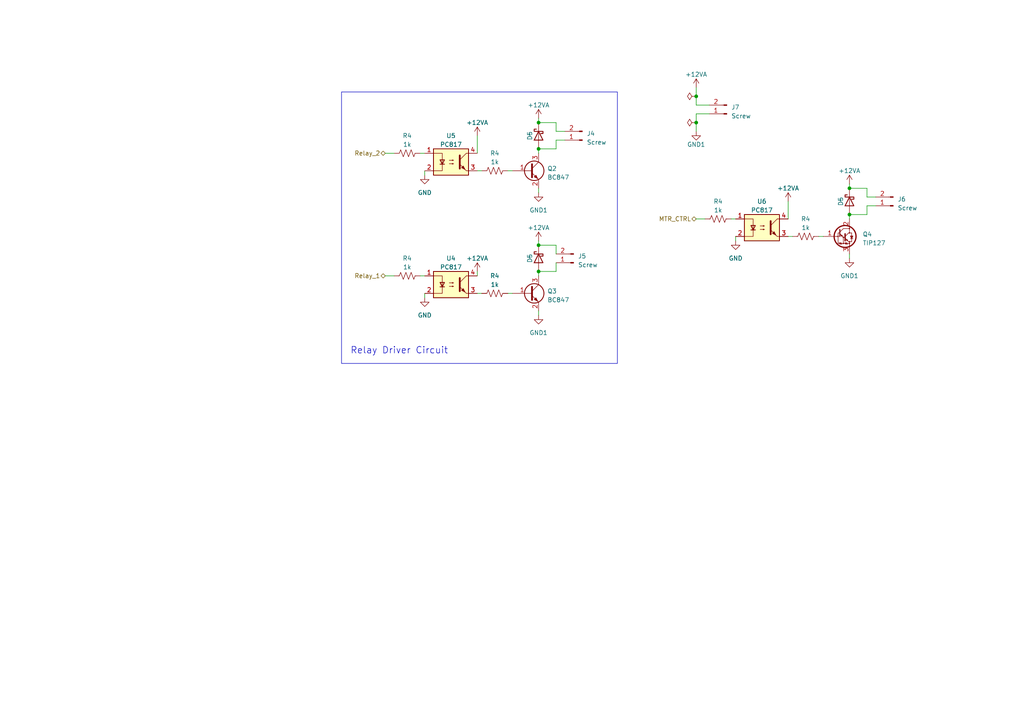
<source format=kicad_sch>
(kicad_sch (version 20230121) (generator eeschema)

  (uuid 91655429-fb90-4fca-a9eb-5bb8ce9c27a0)

  (paper "A4")

  (lib_symbols
    (symbol "Connector:Conn_01x02_Pin" (pin_names (offset 1.016) hide) (in_bom yes) (on_board yes)
      (property "Reference" "J" (at 0 2.54 0)
        (effects (font (size 1.27 1.27)))
      )
      (property "Value" "Conn_01x02_Pin" (at 0 -5.08 0)
        (effects (font (size 1.27 1.27)))
      )
      (property "Footprint" "" (at 0 0 0)
        (effects (font (size 1.27 1.27)) hide)
      )
      (property "Datasheet" "~" (at 0 0 0)
        (effects (font (size 1.27 1.27)) hide)
      )
      (property "ki_locked" "" (at 0 0 0)
        (effects (font (size 1.27 1.27)))
      )
      (property "ki_keywords" "connector" (at 0 0 0)
        (effects (font (size 1.27 1.27)) hide)
      )
      (property "ki_description" "Generic connector, single row, 01x02, script generated" (at 0 0 0)
        (effects (font (size 1.27 1.27)) hide)
      )
      (property "ki_fp_filters" "Connector*:*_1x??_*" (at 0 0 0)
        (effects (font (size 1.27 1.27)) hide)
      )
      (symbol "Conn_01x02_Pin_1_1"
        (polyline
          (pts
            (xy 1.27 -2.54)
            (xy 0.8636 -2.54)
          )
          (stroke (width 0.1524) (type default))
          (fill (type none))
        )
        (polyline
          (pts
            (xy 1.27 0)
            (xy 0.8636 0)
          )
          (stroke (width 0.1524) (type default))
          (fill (type none))
        )
        (rectangle (start 0.8636 -2.413) (end 0 -2.667)
          (stroke (width 0.1524) (type default))
          (fill (type outline))
        )
        (rectangle (start 0.8636 0.127) (end 0 -0.127)
          (stroke (width 0.1524) (type default))
          (fill (type outline))
        )
        (pin passive line (at 5.08 0 180) (length 3.81)
          (name "Pin_1" (effects (font (size 1.27 1.27))))
          (number "1" (effects (font (size 1.27 1.27))))
        )
        (pin passive line (at 5.08 -2.54 180) (length 3.81)
          (name "Pin_2" (effects (font (size 1.27 1.27))))
          (number "2" (effects (font (size 1.27 1.27))))
        )
      )
    )
    (symbol "Device:D_Schottky" (pin_numbers hide) (pin_names (offset 1.016) hide) (in_bom yes) (on_board yes)
      (property "Reference" "D" (at 0 2.54 0)
        (effects (font (size 1.27 1.27)))
      )
      (property "Value" "D_Schottky" (at 0 -2.54 0)
        (effects (font (size 1.27 1.27)))
      )
      (property "Footprint" "" (at 0 0 0)
        (effects (font (size 1.27 1.27)) hide)
      )
      (property "Datasheet" "~" (at 0 0 0)
        (effects (font (size 1.27 1.27)) hide)
      )
      (property "ki_keywords" "diode Schottky" (at 0 0 0)
        (effects (font (size 1.27 1.27)) hide)
      )
      (property "ki_description" "Schottky diode" (at 0 0 0)
        (effects (font (size 1.27 1.27)) hide)
      )
      (property "ki_fp_filters" "TO-???* *_Diode_* *SingleDiode* D_*" (at 0 0 0)
        (effects (font (size 1.27 1.27)) hide)
      )
      (symbol "D_Schottky_0_1"
        (polyline
          (pts
            (xy 1.27 0)
            (xy -1.27 0)
          )
          (stroke (width 0) (type default))
          (fill (type none))
        )
        (polyline
          (pts
            (xy 1.27 1.27)
            (xy 1.27 -1.27)
            (xy -1.27 0)
            (xy 1.27 1.27)
          )
          (stroke (width 0.254) (type default))
          (fill (type none))
        )
        (polyline
          (pts
            (xy -1.905 0.635)
            (xy -1.905 1.27)
            (xy -1.27 1.27)
            (xy -1.27 -1.27)
            (xy -0.635 -1.27)
            (xy -0.635 -0.635)
          )
          (stroke (width 0.254) (type default))
          (fill (type none))
        )
      )
      (symbol "D_Schottky_1_1"
        (pin passive line (at -3.81 0 0) (length 2.54)
          (name "K" (effects (font (size 1.27 1.27))))
          (number "1" (effects (font (size 1.27 1.27))))
        )
        (pin passive line (at 3.81 0 180) (length 2.54)
          (name "A" (effects (font (size 1.27 1.27))))
          (number "2" (effects (font (size 1.27 1.27))))
        )
      )
    )
    (symbol "Device:R_US" (pin_numbers hide) (pin_names (offset 0)) (in_bom yes) (on_board yes)
      (property "Reference" "R" (at 2.54 0 90)
        (effects (font (size 1.27 1.27)))
      )
      (property "Value" "R_US" (at -2.54 0 90)
        (effects (font (size 1.27 1.27)))
      )
      (property "Footprint" "" (at 1.016 -0.254 90)
        (effects (font (size 1.27 1.27)) hide)
      )
      (property "Datasheet" "~" (at 0 0 0)
        (effects (font (size 1.27 1.27)) hide)
      )
      (property "ki_keywords" "R res resistor" (at 0 0 0)
        (effects (font (size 1.27 1.27)) hide)
      )
      (property "ki_description" "Resistor, US symbol" (at 0 0 0)
        (effects (font (size 1.27 1.27)) hide)
      )
      (property "ki_fp_filters" "R_*" (at 0 0 0)
        (effects (font (size 1.27 1.27)) hide)
      )
      (symbol "R_US_0_1"
        (polyline
          (pts
            (xy 0 -2.286)
            (xy 0 -2.54)
          )
          (stroke (width 0) (type default))
          (fill (type none))
        )
        (polyline
          (pts
            (xy 0 2.286)
            (xy 0 2.54)
          )
          (stroke (width 0) (type default))
          (fill (type none))
        )
        (polyline
          (pts
            (xy 0 -0.762)
            (xy 1.016 -1.143)
            (xy 0 -1.524)
            (xy -1.016 -1.905)
            (xy 0 -2.286)
          )
          (stroke (width 0) (type default))
          (fill (type none))
        )
        (polyline
          (pts
            (xy 0 0.762)
            (xy 1.016 0.381)
            (xy 0 0)
            (xy -1.016 -0.381)
            (xy 0 -0.762)
          )
          (stroke (width 0) (type default))
          (fill (type none))
        )
        (polyline
          (pts
            (xy 0 2.286)
            (xy 1.016 1.905)
            (xy 0 1.524)
            (xy -1.016 1.143)
            (xy 0 0.762)
          )
          (stroke (width 0) (type default))
          (fill (type none))
        )
      )
      (symbol "R_US_1_1"
        (pin passive line (at 0 3.81 270) (length 1.27)
          (name "~" (effects (font (size 1.27 1.27))))
          (number "1" (effects (font (size 1.27 1.27))))
        )
        (pin passive line (at 0 -3.81 90) (length 1.27)
          (name "~" (effects (font (size 1.27 1.27))))
          (number "2" (effects (font (size 1.27 1.27))))
        )
      )
    )
    (symbol "Isolator:PC817" (pin_names (offset 1.016)) (in_bom yes) (on_board yes)
      (property "Reference" "U" (at -5.08 5.08 0)
        (effects (font (size 1.27 1.27)) (justify left))
      )
      (property "Value" "PC817" (at 0 5.08 0)
        (effects (font (size 1.27 1.27)) (justify left))
      )
      (property "Footprint" "Package_DIP:DIP-4_W7.62mm" (at -5.08 -5.08 0)
        (effects (font (size 1.27 1.27) italic) (justify left) hide)
      )
      (property "Datasheet" "http://www.soselectronic.cz/a_info/resource/d/pc817.pdf" (at 0 0 0)
        (effects (font (size 1.27 1.27)) (justify left) hide)
      )
      (property "ki_keywords" "NPN DC Optocoupler" (at 0 0 0)
        (effects (font (size 1.27 1.27)) hide)
      )
      (property "ki_description" "DC Optocoupler, Vce 35V, CTR 50-300%, DIP-4" (at 0 0 0)
        (effects (font (size 1.27 1.27)) hide)
      )
      (property "ki_fp_filters" "DIP*W7.62mm*" (at 0 0 0)
        (effects (font (size 1.27 1.27)) hide)
      )
      (symbol "PC817_0_1"
        (rectangle (start -5.08 3.81) (end 5.08 -3.81)
          (stroke (width 0.254) (type default))
          (fill (type background))
        )
        (polyline
          (pts
            (xy -3.175 -0.635)
            (xy -1.905 -0.635)
          )
          (stroke (width 0.254) (type default))
          (fill (type none))
        )
        (polyline
          (pts
            (xy 2.54 0.635)
            (xy 4.445 2.54)
          )
          (stroke (width 0) (type default))
          (fill (type none))
        )
        (polyline
          (pts
            (xy 4.445 -2.54)
            (xy 2.54 -0.635)
          )
          (stroke (width 0) (type default))
          (fill (type outline))
        )
        (polyline
          (pts
            (xy 4.445 -2.54)
            (xy 5.08 -2.54)
          )
          (stroke (width 0) (type default))
          (fill (type none))
        )
        (polyline
          (pts
            (xy 4.445 2.54)
            (xy 5.08 2.54)
          )
          (stroke (width 0) (type default))
          (fill (type none))
        )
        (polyline
          (pts
            (xy -5.08 2.54)
            (xy -2.54 2.54)
            (xy -2.54 -0.635)
          )
          (stroke (width 0) (type default))
          (fill (type none))
        )
        (polyline
          (pts
            (xy -2.54 -0.635)
            (xy -2.54 -2.54)
            (xy -5.08 -2.54)
          )
          (stroke (width 0) (type default))
          (fill (type none))
        )
        (polyline
          (pts
            (xy 2.54 1.905)
            (xy 2.54 -1.905)
            (xy 2.54 -1.905)
          )
          (stroke (width 0.508) (type default))
          (fill (type none))
        )
        (polyline
          (pts
            (xy -2.54 -0.635)
            (xy -3.175 0.635)
            (xy -1.905 0.635)
            (xy -2.54 -0.635)
          )
          (stroke (width 0.254) (type default))
          (fill (type none))
        )
        (polyline
          (pts
            (xy -0.508 -0.508)
            (xy 0.762 -0.508)
            (xy 0.381 -0.635)
            (xy 0.381 -0.381)
            (xy 0.762 -0.508)
          )
          (stroke (width 0) (type default))
          (fill (type none))
        )
        (polyline
          (pts
            (xy -0.508 0.508)
            (xy 0.762 0.508)
            (xy 0.381 0.381)
            (xy 0.381 0.635)
            (xy 0.762 0.508)
          )
          (stroke (width 0) (type default))
          (fill (type none))
        )
        (polyline
          (pts
            (xy 3.048 -1.651)
            (xy 3.556 -1.143)
            (xy 4.064 -2.159)
            (xy 3.048 -1.651)
            (xy 3.048 -1.651)
          )
          (stroke (width 0) (type default))
          (fill (type outline))
        )
      )
      (symbol "PC817_1_1"
        (pin passive line (at -7.62 2.54 0) (length 2.54)
          (name "~" (effects (font (size 1.27 1.27))))
          (number "1" (effects (font (size 1.27 1.27))))
        )
        (pin passive line (at -7.62 -2.54 0) (length 2.54)
          (name "~" (effects (font (size 1.27 1.27))))
          (number "2" (effects (font (size 1.27 1.27))))
        )
        (pin passive line (at 7.62 -2.54 180) (length 2.54)
          (name "~" (effects (font (size 1.27 1.27))))
          (number "3" (effects (font (size 1.27 1.27))))
        )
        (pin passive line (at 7.62 2.54 180) (length 2.54)
          (name "~" (effects (font (size 1.27 1.27))))
          (number "4" (effects (font (size 1.27 1.27))))
        )
      )
    )
    (symbol "Transistor_BJT:BC847" (pin_names (offset 0) hide) (in_bom yes) (on_board yes)
      (property "Reference" "Q" (at 5.08 1.905 0)
        (effects (font (size 1.27 1.27)) (justify left))
      )
      (property "Value" "BC847" (at 5.08 0 0)
        (effects (font (size 1.27 1.27)) (justify left))
      )
      (property "Footprint" "Package_TO_SOT_SMD:SOT-23" (at 5.08 -1.905 0)
        (effects (font (size 1.27 1.27) italic) (justify left) hide)
      )
      (property "Datasheet" "http://www.infineon.com/dgdl/Infineon-BC847SERIES_BC848SERIES_BC849SERIES_BC850SERIES-DS-v01_01-en.pdf?fileId=db3a304314dca389011541d4630a1657" (at 0 0 0)
        (effects (font (size 1.27 1.27)) (justify left) hide)
      )
      (property "ki_keywords" "NPN Small Signal Transistor" (at 0 0 0)
        (effects (font (size 1.27 1.27)) hide)
      )
      (property "ki_description" "0.1A Ic, 45V Vce, NPN Transistor, SOT-23" (at 0 0 0)
        (effects (font (size 1.27 1.27)) hide)
      )
      (property "ki_fp_filters" "SOT?23*" (at 0 0 0)
        (effects (font (size 1.27 1.27)) hide)
      )
      (symbol "BC847_0_1"
        (polyline
          (pts
            (xy 0.635 0.635)
            (xy 2.54 2.54)
          )
          (stroke (width 0) (type default))
          (fill (type none))
        )
        (polyline
          (pts
            (xy 0.635 -0.635)
            (xy 2.54 -2.54)
            (xy 2.54 -2.54)
          )
          (stroke (width 0) (type default))
          (fill (type none))
        )
        (polyline
          (pts
            (xy 0.635 1.905)
            (xy 0.635 -1.905)
            (xy 0.635 -1.905)
          )
          (stroke (width 0.508) (type default))
          (fill (type none))
        )
        (polyline
          (pts
            (xy 1.27 -1.778)
            (xy 1.778 -1.27)
            (xy 2.286 -2.286)
            (xy 1.27 -1.778)
            (xy 1.27 -1.778)
          )
          (stroke (width 0) (type default))
          (fill (type outline))
        )
        (circle (center 1.27 0) (radius 2.8194)
          (stroke (width 0.254) (type default))
          (fill (type none))
        )
      )
      (symbol "BC847_1_1"
        (pin input line (at -5.08 0 0) (length 5.715)
          (name "B" (effects (font (size 1.27 1.27))))
          (number "1" (effects (font (size 1.27 1.27))))
        )
        (pin passive line (at 2.54 -5.08 90) (length 2.54)
          (name "E" (effects (font (size 1.27 1.27))))
          (number "2" (effects (font (size 1.27 1.27))))
        )
        (pin passive line (at 2.54 5.08 270) (length 2.54)
          (name "C" (effects (font (size 1.27 1.27))))
          (number "3" (effects (font (size 1.27 1.27))))
        )
      )
    )
    (symbol "Transistor_BJT:TIP127" (pin_names (offset 0) hide) (in_bom yes) (on_board yes)
      (property "Reference" "Q" (at 5.08 1.905 0)
        (effects (font (size 1.27 1.27)) (justify left))
      )
      (property "Value" "TIP127" (at 5.08 0 0)
        (effects (font (size 1.27 1.27)) (justify left))
      )
      (property "Footprint" "Package_TO_SOT_THT:TO-220-3_Vertical" (at 5.08 -1.905 0)
        (effects (font (size 1.27 1.27) italic) (justify left) hide)
      )
      (property "Datasheet" "https://www.onsemi.com/pub/Collateral/TIP120-D.PDF" (at 0 0 0)
        (effects (font (size 1.27 1.27)) (justify left) hide)
      )
      (property "ki_keywords" "Darlington Power PNP Transistor" (at 0 0 0)
        (effects (font (size 1.27 1.27)) hide)
      )
      (property "ki_description" "5A Ic, 100V Vce, Silicon Darlington Power PNP Transistor, TO-220" (at 0 0 0)
        (effects (font (size 1.27 1.27)) hide)
      )
      (property "ki_fp_filters" "TO?220*" (at 0 0 0)
        (effects (font (size 1.27 1.27)) hide)
      )
      (symbol "TIP127_0_1"
        (circle (center -0.762 0) (radius 0.127)
          (stroke (width 0) (type default))
          (fill (type none))
        )
        (polyline
          (pts
            (xy -1.27 0)
            (xy -0.889 0)
          )
          (stroke (width 0) (type default))
          (fill (type none))
        )
        (polyline
          (pts
            (xy 2.54 -2.032)
            (xy 2.54 -2.54)
          )
          (stroke (width 0) (type default))
          (fill (type none))
        )
        (polyline
          (pts
            (xy 2.54 -1.524)
            (xy 3.175 -1.524)
          )
          (stroke (width 0) (type default))
          (fill (type none))
        )
        (polyline
          (pts
            (xy 2.794 -0.635)
            (xy 3.556 -0.635)
          )
          (stroke (width 0) (type default))
          (fill (type none))
        )
        (polyline
          (pts
            (xy 3.175 -1.524)
            (xy 3.175 -0.635)
          )
          (stroke (width 0) (type default))
          (fill (type none))
        )
        (polyline
          (pts
            (xy 3.175 0.127)
            (xy 3.175 1.016)
          )
          (stroke (width 0) (type default))
          (fill (type none))
        )
        (polyline
          (pts
            (xy 3.175 1.016)
            (xy 2.54 1.016)
          )
          (stroke (width 0) (type default))
          (fill (type none))
        )
        (polyline
          (pts
            (xy -0.254 0.762)
            (xy 0.762 -0.254)
            (xy 1.27 -0.254)
          )
          (stroke (width 0) (type default))
          (fill (type none))
        )
        (polyline
          (pts
            (xy -0.254 1.016)
            (xy -0.762 1.016)
            (xy -0.762 -2.032)
          )
          (stroke (width 0) (type default))
          (fill (type none))
        )
        (polyline
          (pts
            (xy -0.254 1.27)
            (xy 0.762 2.286)
            (xy 2.54 2.286)
          )
          (stroke (width 0) (type default))
          (fill (type none))
        )
        (polyline
          (pts
            (xy -0.254 2.032)
            (xy -0.254 0)
            (xy -0.254 0)
          )
          (stroke (width 0.3048) (type default))
          (fill (type none))
        )
        (polyline
          (pts
            (xy 1.27 0.762)
            (xy 1.27 -1.27)
            (xy 1.27 -1.27)
          )
          (stroke (width 0.381) (type default))
          (fill (type none))
        )
        (polyline
          (pts
            (xy 0 0.508)
            (xy 0.254 0)
            (xy 0.508 0.254)
            (xy 0 0.508)
          )
          (stroke (width 0) (type default))
          (fill (type none))
        )
        (polyline
          (pts
            (xy 1.27 -0.508)
            (xy 2.286 -1.524)
            (xy 2.54 -1.524)
            (xy 2.54 -2.032)
          )
          (stroke (width 0) (type default))
          (fill (type none))
        )
        (polyline
          (pts
            (xy 1.27 0)
            (xy 2.286 1.016)
            (xy 2.54 1.016)
            (xy 2.54 2.286)
          )
          (stroke (width 0) (type default))
          (fill (type none))
        )
        (polyline
          (pts
            (xy 1.524 -0.762)
            (xy 1.778 -1.27)
            (xy 2.032 -1.016)
            (xy 1.524 -0.762)
          )
          (stroke (width 0) (type default))
          (fill (type none))
        )
        (polyline
          (pts
            (xy 3.175 -0.635)
            (xy 2.794 0.127)
            (xy 3.556 0.127)
            (xy 3.175 -0.635)
          )
          (stroke (width 0) (type default))
          (fill (type outline))
        )
        (polyline
          (pts
            (xy 0.762 -2.032)
            (xy 0.381 -2.032)
            (xy 0.254 -2.286)
            (xy 0.127 -1.778)
            (xy 0 -2.286)
            (xy -0.127 -1.778)
            (xy -0.254 -2.286)
            (xy -0.381 -1.778)
            (xy -0.508 -2.032)
            (xy -0.762 -2.032)
          )
          (stroke (width 0) (type default))
          (fill (type none))
        )
        (polyline
          (pts
            (xy 0.762 -0.254)
            (xy 0.762 -2.032)
            (xy 1.143 -2.032)
            (xy 1.27 -1.778)
            (xy 1.397 -2.286)
            (xy 1.524 -1.778)
            (xy 1.651 -2.286)
            (xy 1.778 -1.778)
            (xy 1.905 -2.286)
            (xy 2.032 -2.032)
            (xy 2.54 -2.032)
          )
          (stroke (width 0) (type default))
          (fill (type none))
        )
        (circle (center 0.762 -2.032) (radius 0.127)
          (stroke (width 0) (type default))
          (fill (type none))
        )
        (circle (center 0.762 -0.254) (radius 0.127)
          (stroke (width 0) (type default))
          (fill (type none))
        )
        (circle (center 1.27 0) (radius 3.175)
          (stroke (width 0.3556) (type default))
          (fill (type none))
        )
        (circle (center 2.54 -2.032) (radius 0.127)
          (stroke (width 0) (type default))
          (fill (type none))
        )
        (circle (center 2.54 -1.524) (radius 0.127)
          (stroke (width 0) (type default))
          (fill (type none))
        )
        (circle (center 2.54 1.016) (radius 0.127)
          (stroke (width 0) (type default))
          (fill (type none))
        )
        (circle (center 2.54 2.286) (radius 0.127)
          (stroke (width 0) (type default))
          (fill (type none))
        )
      )
      (symbol "TIP127_1_1"
        (pin input line (at -5.08 0 0) (length 3.81)
          (name "B" (effects (font (size 1.27 1.27))))
          (number "1" (effects (font (size 1.27 1.27))))
        )
        (pin passive line (at 2.54 5.08 270) (length 2.667)
          (name "C" (effects (font (size 1.27 1.27))))
          (number "2" (effects (font (size 1.27 1.27))))
        )
        (pin passive line (at 2.54 -5.08 90) (length 2.54)
          (name "E" (effects (font (size 1.27 1.27))))
          (number "3" (effects (font (size 1.27 1.27))))
        )
      )
    )
    (symbol "power:+12VA" (power) (pin_names (offset 0)) (in_bom yes) (on_board yes)
      (property "Reference" "#PWR" (at 0 -3.81 0)
        (effects (font (size 1.27 1.27)) hide)
      )
      (property "Value" "+12VA" (at 0 3.556 0)
        (effects (font (size 1.27 1.27)))
      )
      (property "Footprint" "" (at 0 0 0)
        (effects (font (size 1.27 1.27)) hide)
      )
      (property "Datasheet" "" (at 0 0 0)
        (effects (font (size 1.27 1.27)) hide)
      )
      (property "ki_keywords" "global power" (at 0 0 0)
        (effects (font (size 1.27 1.27)) hide)
      )
      (property "ki_description" "Power symbol creates a global label with name \"+12VA\"" (at 0 0 0)
        (effects (font (size 1.27 1.27)) hide)
      )
      (symbol "+12VA_0_1"
        (polyline
          (pts
            (xy -0.762 1.27)
            (xy 0 2.54)
          )
          (stroke (width 0) (type default))
          (fill (type none))
        )
        (polyline
          (pts
            (xy 0 0)
            (xy 0 2.54)
          )
          (stroke (width 0) (type default))
          (fill (type none))
        )
        (polyline
          (pts
            (xy 0 2.54)
            (xy 0.762 1.27)
          )
          (stroke (width 0) (type default))
          (fill (type none))
        )
      )
      (symbol "+12VA_1_1"
        (pin power_in line (at 0 0 90) (length 0) hide
          (name "+12VA" (effects (font (size 1.27 1.27))))
          (number "1" (effects (font (size 1.27 1.27))))
        )
      )
    )
    (symbol "power:GND" (power) (pin_names (offset 0)) (in_bom yes) (on_board yes)
      (property "Reference" "#PWR" (at 0 -6.35 0)
        (effects (font (size 1.27 1.27)) hide)
      )
      (property "Value" "GND" (at 0 -3.81 0)
        (effects (font (size 1.27 1.27)))
      )
      (property "Footprint" "" (at 0 0 0)
        (effects (font (size 1.27 1.27)) hide)
      )
      (property "Datasheet" "" (at 0 0 0)
        (effects (font (size 1.27 1.27)) hide)
      )
      (property "ki_keywords" "global power" (at 0 0 0)
        (effects (font (size 1.27 1.27)) hide)
      )
      (property "ki_description" "Power symbol creates a global label with name \"GND\" , ground" (at 0 0 0)
        (effects (font (size 1.27 1.27)) hide)
      )
      (symbol "GND_0_1"
        (polyline
          (pts
            (xy 0 0)
            (xy 0 -1.27)
            (xy 1.27 -1.27)
            (xy 0 -2.54)
            (xy -1.27 -1.27)
            (xy 0 -1.27)
          )
          (stroke (width 0) (type default))
          (fill (type none))
        )
      )
      (symbol "GND_1_1"
        (pin power_in line (at 0 0 270) (length 0) hide
          (name "GND" (effects (font (size 1.27 1.27))))
          (number "1" (effects (font (size 1.27 1.27))))
        )
      )
    )
    (symbol "power:GND1" (power) (pin_names (offset 0)) (in_bom yes) (on_board yes)
      (property "Reference" "#PWR" (at 0 -6.35 0)
        (effects (font (size 1.27 1.27)) hide)
      )
      (property "Value" "GND1" (at 0 -3.81 0)
        (effects (font (size 1.27 1.27)))
      )
      (property "Footprint" "" (at 0 0 0)
        (effects (font (size 1.27 1.27)) hide)
      )
      (property "Datasheet" "" (at 0 0 0)
        (effects (font (size 1.27 1.27)) hide)
      )
      (property "ki_keywords" "global power" (at 0 0 0)
        (effects (font (size 1.27 1.27)) hide)
      )
      (property "ki_description" "Power symbol creates a global label with name \"GND1\" , ground" (at 0 0 0)
        (effects (font (size 1.27 1.27)) hide)
      )
      (symbol "GND1_0_1"
        (polyline
          (pts
            (xy 0 0)
            (xy 0 -1.27)
            (xy 1.27 -1.27)
            (xy 0 -2.54)
            (xy -1.27 -1.27)
            (xy 0 -1.27)
          )
          (stroke (width 0) (type default))
          (fill (type none))
        )
      )
      (symbol "GND1_1_1"
        (pin power_in line (at 0 0 270) (length 0) hide
          (name "GND1" (effects (font (size 1.27 1.27))))
          (number "1" (effects (font (size 1.27 1.27))))
        )
      )
    )
    (symbol "power:PWR_FLAG" (power) (pin_numbers hide) (pin_names (offset 0) hide) (in_bom yes) (on_board yes)
      (property "Reference" "#FLG" (at 0 1.905 0)
        (effects (font (size 1.27 1.27)) hide)
      )
      (property "Value" "PWR_FLAG" (at 0 3.81 0)
        (effects (font (size 1.27 1.27)))
      )
      (property "Footprint" "" (at 0 0 0)
        (effects (font (size 1.27 1.27)) hide)
      )
      (property "Datasheet" "~" (at 0 0 0)
        (effects (font (size 1.27 1.27)) hide)
      )
      (property "ki_keywords" "flag power" (at 0 0 0)
        (effects (font (size 1.27 1.27)) hide)
      )
      (property "ki_description" "Special symbol for telling ERC where power comes from" (at 0 0 0)
        (effects (font (size 1.27 1.27)) hide)
      )
      (symbol "PWR_FLAG_0_0"
        (pin power_out line (at 0 0 90) (length 0)
          (name "pwr" (effects (font (size 1.27 1.27))))
          (number "1" (effects (font (size 1.27 1.27))))
        )
      )
      (symbol "PWR_FLAG_0_1"
        (polyline
          (pts
            (xy 0 0)
            (xy 0 1.27)
            (xy -1.016 1.905)
            (xy 0 2.54)
            (xy 1.016 1.905)
            (xy 0 1.27)
          )
          (stroke (width 0) (type default))
          (fill (type none))
        )
      )
    )
  )

  (junction (at 246.38 54.61) (diameter 0) (color 0 0 0 0)
    (uuid 0236070f-d0ce-4e61-955d-9ac4aa0a7743)
  )
  (junction (at 156.21 43.18) (diameter 0) (color 0 0 0 0)
    (uuid 3af621bb-5f5f-4b44-83a2-90465b6bd8b9)
  )
  (junction (at 156.21 35.56) (diameter 0) (color 0 0 0 0)
    (uuid 4ca296de-3eeb-44b4-b32c-291bee7654fe)
  )
  (junction (at 201.93 27.94) (diameter 0) (color 0 0 0 0)
    (uuid 609398bc-2080-4efd-9fb2-035cdb947c76)
  )
  (junction (at 156.21 71.12) (diameter 0) (color 0 0 0 0)
    (uuid ae11445d-0ee9-4a9d-9223-0dfb2cf28a0f)
  )
  (junction (at 246.38 62.23) (diameter 0) (color 0 0 0 0)
    (uuid d1317e1b-554f-45a3-9b1c-2fb729d37783)
  )
  (junction (at 201.93 35.56) (diameter 0) (color 0 0 0 0)
    (uuid f1fa2438-0cf7-4a56-8912-edc93c297a7e)
  )
  (junction (at 156.21 78.74) (diameter 0) (color 0 0 0 0)
    (uuid fc180579-b51a-49af-b0e0-f42bbafc5049)
  )

  (wire (pts (xy 201.93 30.48) (xy 201.93 27.94))
    (stroke (width 0) (type default))
    (uuid 0225f770-ba54-4115-8f14-9aa40fb59919)
  )
  (wire (pts (xy 201.93 27.94) (xy 201.93 25.4))
    (stroke (width 0) (type default))
    (uuid 0a7b0cb3-dcd1-438a-8ca7-e0705cf2bff6)
  )
  (wire (pts (xy 156.21 78.74) (xy 156.21 80.01))
    (stroke (width 0) (type default))
    (uuid 0d671017-c528-4043-aa04-6357de1703e4)
  )
  (wire (pts (xy 121.92 44.45) (xy 123.19 44.45))
    (stroke (width 0) (type default))
    (uuid 10d6a2b0-e10f-4a4b-9fb4-6bf998350272)
  )
  (wire (pts (xy 156.21 69.85) (xy 156.21 71.12))
    (stroke (width 0) (type default))
    (uuid 123608b5-2610-4950-80e8-feae33ce8470)
  )
  (wire (pts (xy 161.29 40.64) (xy 161.29 43.18))
    (stroke (width 0) (type default))
    (uuid 1ab1b7d0-fc34-42e7-a65c-3bf173c5cdda)
  )
  (wire (pts (xy 205.74 33.02) (xy 201.93 33.02))
    (stroke (width 0) (type default))
    (uuid 1e1cdc6c-5d8a-445e-b848-b06388c9bfe2)
  )
  (wire (pts (xy 156.21 90.17) (xy 156.21 91.44))
    (stroke (width 0) (type default))
    (uuid 1fab7445-30d9-466a-8950-e367011ac668)
  )
  (wire (pts (xy 204.47 63.5) (xy 201.93 63.5))
    (stroke (width 0) (type default))
    (uuid 27b6d230-cea7-4fb8-9073-c3c7a1dab576)
  )
  (wire (pts (xy 156.21 54.61) (xy 156.21 55.88))
    (stroke (width 0) (type default))
    (uuid 2963a725-39b3-4f9f-8ea8-7c3f0dcdf988)
  )
  (wire (pts (xy 138.43 49.53) (xy 139.7 49.53))
    (stroke (width 0) (type default))
    (uuid 312c497d-7966-479c-a9c3-a075b0ed3ffd)
  )
  (wire (pts (xy 246.38 62.23) (xy 246.38 63.5))
    (stroke (width 0) (type default))
    (uuid 35b5c91b-4670-43e8-97af-deb96175c8a3)
  )
  (wire (pts (xy 161.29 73.66) (xy 161.29 71.12))
    (stroke (width 0) (type default))
    (uuid 37e49d13-68df-41a6-b15e-960d9eace1c5)
  )
  (wire (pts (xy 228.6 68.58) (xy 229.87 68.58))
    (stroke (width 0) (type default))
    (uuid 3f84a152-67a3-4ccc-989a-574077e6dd04)
  )
  (wire (pts (xy 254 59.69) (xy 251.46 59.69))
    (stroke (width 0) (type default))
    (uuid 42475b66-caaa-4912-aea3-411a80fb3e09)
  )
  (wire (pts (xy 161.29 76.2) (xy 161.29 78.74))
    (stroke (width 0) (type default))
    (uuid 4543e34e-8679-4e9b-b03e-a8b12579512c)
  )
  (wire (pts (xy 251.46 62.23) (xy 246.38 62.23))
    (stroke (width 0) (type default))
    (uuid 4695c4c3-f9e2-4b65-8794-9b17ba395ddc)
  )
  (wire (pts (xy 161.29 71.12) (xy 156.21 71.12))
    (stroke (width 0) (type default))
    (uuid 4a7d6dd3-4fd6-49ac-9e7e-d4726beaf9f6)
  )
  (wire (pts (xy 201.93 30.48) (xy 205.74 30.48))
    (stroke (width 0) (type default))
    (uuid 57e9c2b7-febf-4442-9774-886630edbea2)
  )
  (wire (pts (xy 123.19 85.09) (xy 123.19 86.36))
    (stroke (width 0) (type default))
    (uuid 60d847d7-0630-45ee-a608-8406ad09ff51)
  )
  (wire (pts (xy 121.92 80.01) (xy 123.19 80.01))
    (stroke (width 0) (type default))
    (uuid 63a0414f-74a8-4e28-b312-e52a921aca93)
  )
  (wire (pts (xy 161.29 35.56) (xy 161.29 38.1))
    (stroke (width 0) (type default))
    (uuid 67c0238f-2b69-4df3-87e5-52e42396f2ff)
  )
  (wire (pts (xy 246.38 54.61) (xy 251.46 54.61))
    (stroke (width 0) (type default))
    (uuid 6d67b65b-7825-4521-a4dc-f3c112356fb8)
  )
  (wire (pts (xy 251.46 57.15) (xy 254 57.15))
    (stroke (width 0) (type default))
    (uuid 6faffdc5-1b95-41a4-8de9-061e3131f808)
  )
  (wire (pts (xy 123.19 49.53) (xy 123.19 50.8))
    (stroke (width 0) (type default))
    (uuid 6fffd7f3-abdc-4539-a018-5ccbf4a6e60f)
  )
  (wire (pts (xy 163.83 40.64) (xy 161.29 40.64))
    (stroke (width 0) (type default))
    (uuid 73874354-0cfc-4470-8439-46bd115f78bd)
  )
  (wire (pts (xy 147.32 49.53) (xy 148.59 49.53))
    (stroke (width 0) (type default))
    (uuid 79a3e109-ac94-48dc-969d-8c63a43b9acc)
  )
  (wire (pts (xy 212.09 63.5) (xy 213.36 63.5))
    (stroke (width 0) (type default))
    (uuid 7d2fc657-ac37-41d8-8487-cc93f07cb5a5)
  )
  (wire (pts (xy 251.46 59.69) (xy 251.46 62.23))
    (stroke (width 0) (type default))
    (uuid 865171b0-11e8-45e2-a507-6e7341ccd821)
  )
  (wire (pts (xy 246.38 53.34) (xy 246.38 54.61))
    (stroke (width 0) (type default))
    (uuid 8880c087-476d-4d83-8c87-bb51a7d78f73)
  )
  (wire (pts (xy 114.3 80.01) (xy 111.76 80.01))
    (stroke (width 0) (type default))
    (uuid 88ee8540-a3a2-475a-af50-6919ee340f0e)
  )
  (wire (pts (xy 251.46 54.61) (xy 251.46 57.15))
    (stroke (width 0) (type default))
    (uuid 8c01dcc3-8453-44f1-8aea-725e27d68c60)
  )
  (wire (pts (xy 156.21 34.29) (xy 156.21 35.56))
    (stroke (width 0) (type default))
    (uuid 93234c7d-f7ca-4889-95d5-527c6ce2e36f)
  )
  (wire (pts (xy 156.21 43.18) (xy 156.21 44.45))
    (stroke (width 0) (type default))
    (uuid a6ebe130-74c2-4913-9b70-7cdbcd338204)
  )
  (wire (pts (xy 201.93 33.02) (xy 201.93 35.56))
    (stroke (width 0) (type default))
    (uuid a8bf0294-8a55-4bd0-9637-554ab45e93ed)
  )
  (wire (pts (xy 161.29 43.18) (xy 156.21 43.18))
    (stroke (width 0) (type default))
    (uuid a94eef6e-267d-4d72-b819-eb635496dbd9)
  )
  (wire (pts (xy 148.59 85.09) (xy 147.32 85.09))
    (stroke (width 0) (type default))
    (uuid acc5811d-b0ee-4782-a723-e0b42d9f7bd4)
  )
  (wire (pts (xy 237.49 68.58) (xy 238.76 68.58))
    (stroke (width 0) (type default))
    (uuid b762e455-cfb9-4fab-9473-adbbc40cfc82)
  )
  (wire (pts (xy 156.21 35.56) (xy 161.29 35.56))
    (stroke (width 0) (type default))
    (uuid bbd1ae84-107b-48a3-9606-a509483f69f0)
  )
  (wire (pts (xy 138.43 78.74) (xy 138.43 80.01))
    (stroke (width 0) (type default))
    (uuid c390c08a-8ad6-4909-988e-53e0ed1ab060)
  )
  (wire (pts (xy 201.93 35.56) (xy 201.93 38.1))
    (stroke (width 0) (type default))
    (uuid c92015dd-7919-4436-a548-f577cae00086)
  )
  (wire (pts (xy 228.6 58.42) (xy 228.6 63.5))
    (stroke (width 0) (type default))
    (uuid c9ebedb3-f1d6-49cd-a39a-c4c7eb6deea8)
  )
  (wire (pts (xy 114.3 44.45) (xy 111.76 44.45))
    (stroke (width 0) (type default))
    (uuid d56acb26-7c3b-4489-8c46-03e92edf1ad4)
  )
  (wire (pts (xy 213.36 68.58) (xy 213.36 69.85))
    (stroke (width 0) (type default))
    (uuid d8d6a06c-ada2-4c33-9011-909b4d5aee0e)
  )
  (wire (pts (xy 161.29 78.74) (xy 156.21 78.74))
    (stroke (width 0) (type default))
    (uuid ddba4544-f7ec-4ac9-9811-6d5c1052b024)
  )
  (wire (pts (xy 246.38 73.66) (xy 246.38 74.93))
    (stroke (width 0) (type default))
    (uuid ef2535a6-c25c-4bcf-8d7b-cb75cb2597ea)
  )
  (wire (pts (xy 161.29 38.1) (xy 163.83 38.1))
    (stroke (width 0) (type default))
    (uuid f771064f-eee8-4cce-8241-155cf7ab6515)
  )
  (wire (pts (xy 138.43 85.09) (xy 139.7 85.09))
    (stroke (width 0) (type default))
    (uuid fa846ab7-4ddc-4873-86ad-2c6b88fccb0b)
  )
  (wire (pts (xy 138.43 39.37) (xy 138.43 44.45))
    (stroke (width 0) (type default))
    (uuid fd146714-2b55-4cab-8935-67038a8278dc)
  )

  (rectangle (start 99.06 26.67) (end 179.07 105.41)
    (stroke (width 0) (type default))
    (fill (type none))
    (uuid 1431b72d-d6e0-4f99-82e9-5431310f1700)
  )

  (text "Relay Driver Circuit" (at 101.6 102.87 0)
    (effects (font (size 1.905 1.905)) (justify left bottom))
    (uuid 2a09f09e-af78-485b-bf00-ae2f35928618)
  )

  (hierarchical_label "Relay_1" (shape bidirectional) (at 111.76 80.01 180) (fields_autoplaced)
    (effects (font (size 1.27 1.27)) (justify right))
    (uuid 5d55e774-6ae9-443a-a10d-0ad9e4a42301)
  )
  (hierarchical_label "MTR_CTRL" (shape bidirectional) (at 201.93 63.5 180) (fields_autoplaced)
    (effects (font (size 1.27 1.27)) (justify right))
    (uuid cfc0e06a-af12-4dd7-b778-0783e663569f)
  )
  (hierarchical_label "Relay_2" (shape bidirectional) (at 111.76 44.45 180) (fields_autoplaced)
    (effects (font (size 1.27 1.27)) (justify right))
    (uuid d6d4a040-976b-4cda-bc44-e221d04e98f9)
  )

  (symbol (lib_id "power:+12VA") (at 228.6 58.42 0) (unit 1)
    (in_bom yes) (on_board yes) (dnp no) (fields_autoplaced)
    (uuid 01bb3f8a-455f-4e95-b64d-6f268a9b8d2b)
    (property "Reference" "#PWR029" (at 228.6 62.23 0)
      (effects (font (size 1.27 1.27)) hide)
    )
    (property "Value" "+12VA" (at 228.6 54.61 0)
      (effects (font (size 1.27 1.27)))
    )
    (property "Footprint" "" (at 228.6 58.42 0)
      (effects (font (size 1.27 1.27)) hide)
    )
    (property "Datasheet" "" (at 228.6 58.42 0)
      (effects (font (size 1.27 1.27)) hide)
    )
    (pin "1" (uuid 699d0604-e9ff-4a8b-9bc9-358987df96f5))
    (instances
      (project "Datalogger"
        (path "/9962467c-5981-4f6d-a8e0-b5534b13e1af/1748a4a9-cae4-49be-94cd-918e7d682196"
          (reference "#PWR029") (unit 1)
        )
      )
    )
  )

  (symbol (lib_id "Device:D_Schottky") (at 246.38 58.42 90) (mirror x) (unit 1)
    (in_bom yes) (on_board yes) (dnp no)
    (uuid 029d7e85-745f-4a38-ba84-b8a3820e035a)
    (property "Reference" "D5" (at 243.84 58.42 0)
      (effects (font (size 1.27 1.27)))
    )
    (property "Value" "~" (at 243.84 58.1025 0)
      (effects (font (size 1.27 1.27)))
    )
    (property "Footprint" "KiCad:DIOM8059X256N" (at 246.38 58.42 0)
      (effects (font (size 1.27 1.27) bold) hide)
    )
    (property "Datasheet" "~" (at 246.38 58.42 0)
      (effects (font (size 1.27 1.27)) hide)
    )
    (pin "1" (uuid f1ae82bc-42e7-48c5-8a8c-009a409f3266))
    (pin "2" (uuid df16fbc2-c2b3-4b67-bbd7-466f35b3eb95))
    (instances
      (project "Datalogger"
        (path "/9962467c-5981-4f6d-a8e0-b5534b13e1af"
          (reference "D5") (unit 1)
        )
        (path "/9962467c-5981-4f6d-a8e0-b5534b13e1af/1c63b030-1338-4c8f-b90e-7cfa0706ad96"
          (reference "D5") (unit 1)
        )
        (path "/9962467c-5981-4f6d-a8e0-b5534b13e1af/1748a4a9-cae4-49be-94cd-918e7d682196"
          (reference "D8") (unit 1)
        )
      )
    )
  )

  (symbol (lib_id "power:PWR_FLAG") (at 201.93 27.94 90) (unit 1)
    (in_bom yes) (on_board yes) (dnp no) (fields_autoplaced)
    (uuid 0504a00a-2e6e-4d20-b6b6-0736a3bfd751)
    (property "Reference" "#FLG03" (at 200.025 27.94 0)
      (effects (font (size 1.27 1.27)) hide)
    )
    (property "Value" "PWR_FLAG" (at 198.12 28.575 90)
      (effects (font (size 1.27 1.27)) (justify left) hide)
    )
    (property "Footprint" "" (at 201.93 27.94 0)
      (effects (font (size 1.27 1.27)) hide)
    )
    (property "Datasheet" "~" (at 201.93 27.94 0)
      (effects (font (size 1.27 1.27)) hide)
    )
    (pin "1" (uuid 5d716f29-a912-4eb2-b72c-4408ee38fafc))
    (instances
      (project "Datalogger"
        (path "/9962467c-5981-4f6d-a8e0-b5534b13e1af/1748a4a9-cae4-49be-94cd-918e7d682196"
          (reference "#FLG03") (unit 1)
        )
      )
    )
  )

  (symbol (lib_id "Transistor_BJT:TIP127") (at 243.84 68.58 0) (unit 1)
    (in_bom yes) (on_board yes) (dnp no) (fields_autoplaced)
    (uuid 0bce79fa-5e3f-4d47-9dd4-85b9e7f5c262)
    (property "Reference" "Q4" (at 250.19 67.945 0)
      (effects (font (size 1.27 1.27)) (justify left))
    )
    (property "Value" "TIP127" (at 250.19 70.485 0)
      (effects (font (size 1.27 1.27)) (justify left))
    )
    (property "Footprint" "Package_TO_SOT_THT:TO-220-3_Vertical" (at 248.92 70.485 0)
      (effects (font (size 1.27 1.27) italic) (justify left) hide)
    )
    (property "Datasheet" "https://www.onsemi.com/pub/Collateral/TIP120-D.PDF" (at 243.84 68.58 0)
      (effects (font (size 1.27 1.27)) (justify left) hide)
    )
    (pin "1" (uuid 4a9dc198-8c70-4f89-8989-e051d12715ec))
    (pin "2" (uuid 6f32e18f-2935-4516-9a76-d1a26028f589))
    (pin "3" (uuid 3ae59d83-58eb-4cf9-bc7e-a9217a2ef0b0))
    (instances
      (project "Datalogger"
        (path "/9962467c-5981-4f6d-a8e0-b5534b13e1af/1748a4a9-cae4-49be-94cd-918e7d682196"
          (reference "Q4") (unit 1)
        )
      )
    )
  )

  (symbol (lib_id "Device:R_US") (at 118.11 80.01 90) (unit 1)
    (in_bom yes) (on_board yes) (dnp no) (fields_autoplaced)
    (uuid 1676af28-8482-433a-8148-9aadffcf641c)
    (property "Reference" "R4" (at 118.11 74.93 90)
      (effects (font (size 1.27 1.27)))
    )
    (property "Value" "1k" (at 118.11 77.47 90)
      (effects (font (size 1.27 1.27)))
    )
    (property "Footprint" "Resistor_SMD:R_0805_2012Metric_Pad1.20x1.40mm_HandSolder" (at 118.364 78.994 90)
      (effects (font (size 1.27 1.27)) hide)
    )
    (property "Datasheet" "~" (at 118.11 80.01 0)
      (effects (font (size 1.27 1.27)) hide)
    )
    (pin "1" (uuid 1ce888d7-e6df-4020-97ca-1fa433c629ca))
    (pin "2" (uuid f2f94602-4d9f-4536-b6bd-45d567a43a96))
    (instances
      (project "Datalogger"
        (path "/9962467c-5981-4f6d-a8e0-b5534b13e1af"
          (reference "R4") (unit 1)
        )
        (path "/9962467c-5981-4f6d-a8e0-b5534b13e1af/1c63b030-1338-4c8f-b90e-7cfa0706ad96"
          (reference "R4") (unit 1)
        )
        (path "/9962467c-5981-4f6d-a8e0-b5534b13e1af/1748a4a9-cae4-49be-94cd-918e7d682196"
          (reference "R9") (unit 1)
        )
      )
    )
  )

  (symbol (lib_id "Device:R_US") (at 118.11 44.45 90) (unit 1)
    (in_bom yes) (on_board yes) (dnp no) (fields_autoplaced)
    (uuid 16f776a5-5112-47e2-971e-d24d07f4cd5a)
    (property "Reference" "R4" (at 118.11 39.37 90)
      (effects (font (size 1.27 1.27)))
    )
    (property "Value" "1k" (at 118.11 41.91 90)
      (effects (font (size 1.27 1.27)))
    )
    (property "Footprint" "Resistor_SMD:R_0805_2012Metric_Pad1.20x1.40mm_HandSolder" (at 118.364 43.434 90)
      (effects (font (size 1.27 1.27)) hide)
    )
    (property "Datasheet" "~" (at 118.11 44.45 0)
      (effects (font (size 1.27 1.27)) hide)
    )
    (pin "1" (uuid 9a3fb165-bcfc-4586-a1e9-721726ed0ca3))
    (pin "2" (uuid eb82618d-f8c2-4590-95e0-9bde27991620))
    (instances
      (project "Datalogger"
        (path "/9962467c-5981-4f6d-a8e0-b5534b13e1af"
          (reference "R4") (unit 1)
        )
        (path "/9962467c-5981-4f6d-a8e0-b5534b13e1af/1c63b030-1338-4c8f-b90e-7cfa0706ad96"
          (reference "R4") (unit 1)
        )
        (path "/9962467c-5981-4f6d-a8e0-b5534b13e1af/1748a4a9-cae4-49be-94cd-918e7d682196"
          (reference "R7") (unit 1)
        )
      )
    )
  )

  (symbol (lib_id "power:GND1") (at 201.93 38.1 0) (unit 1)
    (in_bom yes) (on_board yes) (dnp no)
    (uuid 1ccc8165-551e-495e-b30d-33f3cc436a67)
    (property "Reference" "#PWR033" (at 201.93 44.45 0)
      (effects (font (size 1.27 1.27)) hide)
    )
    (property "Value" "GND1" (at 201.93 41.91 0)
      (effects (font (size 1.27 1.27)))
    )
    (property "Footprint" "" (at 201.93 38.1 0)
      (effects (font (size 1.27 1.27)) hide)
    )
    (property "Datasheet" "" (at 201.93 38.1 0)
      (effects (font (size 1.27 1.27)) hide)
    )
    (pin "1" (uuid 8843b809-d949-405c-bd0b-abb2cb002220))
    (instances
      (project "Datalogger"
        (path "/9962467c-5981-4f6d-a8e0-b5534b13e1af/1748a4a9-cae4-49be-94cd-918e7d682196"
          (reference "#PWR033") (unit 1)
        )
      )
    )
  )

  (symbol (lib_id "Connector:Conn_01x02_Pin") (at 210.82 33.02 180) (unit 1)
    (in_bom yes) (on_board yes) (dnp no) (fields_autoplaced)
    (uuid 1d2079c8-d9c2-4f98-84cb-955c552e81f4)
    (property "Reference" "J7" (at 212.09 31.115 0)
      (effects (font (size 1.27 1.27)) (justify right))
    )
    (property "Value" "Screw" (at 212.09 33.655 0)
      (effects (font (size 1.27 1.27)) (justify right))
    )
    (property "Footprint" "Connector_Phoenix_MSTB:PhoenixContact_MSTBA_2,5_2-G-5,08_1x02_P5.08mm_Horizontal" (at 210.82 33.02 0)
      (effects (font (size 1.27 1.27)) hide)
    )
    (property "Datasheet" "~" (at 210.82 33.02 0)
      (effects (font (size 1.27 1.27)) hide)
    )
    (pin "1" (uuid 9473d4f5-ac41-4d84-bba1-f36bbeec552d))
    (pin "2" (uuid deb68da5-1e1e-474b-9166-6ec953a1d5f5))
    (instances
      (project "Datalogger"
        (path "/9962467c-5981-4f6d-a8e0-b5534b13e1af/1748a4a9-cae4-49be-94cd-918e7d682196"
          (reference "J7") (unit 1)
        )
      )
    )
  )

  (symbol (lib_id "power:GND") (at 213.36 69.85 0) (unit 1)
    (in_bom yes) (on_board yes) (dnp no) (fields_autoplaced)
    (uuid 299de2f7-9ae5-4bcf-bd7e-5f46136f7282)
    (property "Reference" "#PWR028" (at 213.36 76.2 0)
      (effects (font (size 1.27 1.27)) hide)
    )
    (property "Value" "GND" (at 213.36 74.93 0)
      (effects (font (size 1.27 1.27)))
    )
    (property "Footprint" "" (at 213.36 69.85 0)
      (effects (font (size 1.27 1.27)) hide)
    )
    (property "Datasheet" "" (at 213.36 69.85 0)
      (effects (font (size 1.27 1.27)) hide)
    )
    (pin "1" (uuid c5a021d7-3ece-4df2-b3be-8f92ebea3683))
    (instances
      (project "Datalogger"
        (path "/9962467c-5981-4f6d-a8e0-b5534b13e1af/1748a4a9-cae4-49be-94cd-918e7d682196"
          (reference "#PWR028") (unit 1)
        )
      )
    )
  )

  (symbol (lib_id "Isolator:PC817") (at 130.81 46.99 0) (unit 1)
    (in_bom yes) (on_board yes) (dnp no) (fields_autoplaced)
    (uuid 2a6a2802-46c4-456b-9f72-199cd1bcc521)
    (property "Reference" "U5" (at 130.81 39.37 0)
      (effects (font (size 1.27 1.27)))
    )
    (property "Value" "PC817" (at 130.81 41.91 0)
      (effects (font (size 1.27 1.27)))
    )
    (property "Footprint" "Package_DIP:DIP-4_W7.62mm" (at 125.73 52.07 0)
      (effects (font (size 1.27 1.27) italic) (justify left) hide)
    )
    (property "Datasheet" "http://www.soselectronic.cz/a_info/resource/d/pc817.pdf" (at 130.81 46.99 0)
      (effects (font (size 1.27 1.27)) (justify left) hide)
    )
    (pin "1" (uuid bdcc051e-a0ec-4500-a3c6-a159833adcd4))
    (pin "2" (uuid 3bb1677f-c6bc-40a6-b98c-446131131ddd))
    (pin "3" (uuid a69f63ea-e7ec-480d-a650-1abb27700b7d))
    (pin "4" (uuid 6dba9a2f-8b12-48fb-bfcb-05fda76cb46e))
    (instances
      (project "Datalogger"
        (path "/9962467c-5981-4f6d-a8e0-b5534b13e1af/1748a4a9-cae4-49be-94cd-918e7d682196"
          (reference "U5") (unit 1)
        )
      )
    )
  )

  (symbol (lib_id "Isolator:PC817") (at 220.98 66.04 0) (unit 1)
    (in_bom yes) (on_board yes) (dnp no) (fields_autoplaced)
    (uuid 2fb04f72-6f2c-4b69-8c29-6470c17a7257)
    (property "Reference" "U6" (at 220.98 58.42 0)
      (effects (font (size 1.27 1.27)))
    )
    (property "Value" "PC817" (at 220.98 60.96 0)
      (effects (font (size 1.27 1.27)))
    )
    (property "Footprint" "Package_DIP:DIP-4_W7.62mm" (at 215.9 71.12 0)
      (effects (font (size 1.27 1.27) italic) (justify left) hide)
    )
    (property "Datasheet" "http://www.soselectronic.cz/a_info/resource/d/pc817.pdf" (at 220.98 66.04 0)
      (effects (font (size 1.27 1.27)) (justify left) hide)
    )
    (pin "1" (uuid 93221ae6-3266-424f-a973-4a41604cb1b4))
    (pin "2" (uuid df65898b-31d1-4205-b60b-35db43160c9b))
    (pin "3" (uuid 61f11aa5-3454-46ce-8256-902382d1d75d))
    (pin "4" (uuid a633a868-c99f-45a2-a699-8fdef8a2ed62))
    (instances
      (project "Datalogger"
        (path "/9962467c-5981-4f6d-a8e0-b5534b13e1af/1748a4a9-cae4-49be-94cd-918e7d682196"
          (reference "U6") (unit 1)
        )
      )
    )
  )

  (symbol (lib_id "Connector:Conn_01x02_Pin") (at 259.08 59.69 180) (unit 1)
    (in_bom yes) (on_board yes) (dnp no) (fields_autoplaced)
    (uuid 319133e4-8515-4e87-96b1-13fd11e9193f)
    (property "Reference" "J6" (at 260.35 57.785 0)
      (effects (font (size 1.27 1.27)) (justify right))
    )
    (property "Value" "Screw" (at 260.35 60.325 0)
      (effects (font (size 1.27 1.27)) (justify right))
    )
    (property "Footprint" "Connector_Phoenix_MSTB:PhoenixContact_MSTBA_2,5_2-G-5,08_1x02_P5.08mm_Horizontal" (at 259.08 59.69 0)
      (effects (font (size 1.27 1.27)) hide)
    )
    (property "Datasheet" "~" (at 259.08 59.69 0)
      (effects (font (size 1.27 1.27)) hide)
    )
    (pin "1" (uuid 5132fd9e-26f7-4caa-acf8-f0b2b22eb57c))
    (pin "2" (uuid a4a329e2-add1-45c8-a6ff-a13b5d6991b3))
    (instances
      (project "Datalogger"
        (path "/9962467c-5981-4f6d-a8e0-b5534b13e1af/1748a4a9-cae4-49be-94cd-918e7d682196"
          (reference "J6") (unit 1)
        )
      )
    )
  )

  (symbol (lib_id "power:+12VA") (at 156.21 34.29 0) (unit 1)
    (in_bom yes) (on_board yes) (dnp no) (fields_autoplaced)
    (uuid 427ddfac-a468-4b1f-b9f5-ea00aee7043f)
    (property "Reference" "#PWR024" (at 156.21 38.1 0)
      (effects (font (size 1.27 1.27)) hide)
    )
    (property "Value" "+12VA" (at 156.21 30.48 0)
      (effects (font (size 1.27 1.27)))
    )
    (property "Footprint" "" (at 156.21 34.29 0)
      (effects (font (size 1.27 1.27)) hide)
    )
    (property "Datasheet" "" (at 156.21 34.29 0)
      (effects (font (size 1.27 1.27)) hide)
    )
    (pin "1" (uuid 177b95d0-d2c7-4f87-8f08-f4bedbd4bf15))
    (instances
      (project "Datalogger"
        (path "/9962467c-5981-4f6d-a8e0-b5534b13e1af/1748a4a9-cae4-49be-94cd-918e7d682196"
          (reference "#PWR024") (unit 1)
        )
      )
    )
  )

  (symbol (lib_id "Device:R_US") (at 143.51 49.53 90) (unit 1)
    (in_bom yes) (on_board yes) (dnp no) (fields_autoplaced)
    (uuid 4ffc4bca-6810-450d-bb25-2a4c08c094af)
    (property "Reference" "R4" (at 143.51 44.45 90)
      (effects (font (size 1.27 1.27)))
    )
    (property "Value" "1k" (at 143.51 46.99 90)
      (effects (font (size 1.27 1.27)))
    )
    (property "Footprint" "Resistor_SMD:R_0805_2012Metric_Pad1.20x1.40mm_HandSolder" (at 143.764 48.514 90)
      (effects (font (size 1.27 1.27)) hide)
    )
    (property "Datasheet" "~" (at 143.51 49.53 0)
      (effects (font (size 1.27 1.27)) hide)
    )
    (pin "1" (uuid a8aa0d1a-b81d-418d-b3aa-f947a67121c9))
    (pin "2" (uuid 9ad82a46-3464-4f57-bf77-d25578818593))
    (instances
      (project "Datalogger"
        (path "/9962467c-5981-4f6d-a8e0-b5534b13e1af"
          (reference "R4") (unit 1)
        )
        (path "/9962467c-5981-4f6d-a8e0-b5534b13e1af/1c63b030-1338-4c8f-b90e-7cfa0706ad96"
          (reference "R4") (unit 1)
        )
        (path "/9962467c-5981-4f6d-a8e0-b5534b13e1af/1748a4a9-cae4-49be-94cd-918e7d682196"
          (reference "R8") (unit 1)
        )
      )
    )
  )

  (symbol (lib_id "power:PWR_FLAG") (at 201.93 35.56 90) (unit 1)
    (in_bom yes) (on_board yes) (dnp no) (fields_autoplaced)
    (uuid 5b065e7d-1683-4b38-bad7-c33c2c54fb5e)
    (property "Reference" "#FLG04" (at 200.025 35.56 0)
      (effects (font (size 1.27 1.27)) hide)
    )
    (property "Value" "PWR_FLAG" (at 198.12 36.195 90)
      (effects (font (size 1.27 1.27)) (justify left) hide)
    )
    (property "Footprint" "" (at 201.93 35.56 0)
      (effects (font (size 1.27 1.27)) hide)
    )
    (property "Datasheet" "~" (at 201.93 35.56 0)
      (effects (font (size 1.27 1.27)) hide)
    )
    (pin "1" (uuid 80e5a502-486d-46e1-a2cf-50dccc502239))
    (instances
      (project "Datalogger"
        (path "/9962467c-5981-4f6d-a8e0-b5534b13e1af/1748a4a9-cae4-49be-94cd-918e7d682196"
          (reference "#FLG04") (unit 1)
        )
      )
    )
  )

  (symbol (lib_id "Transistor_BJT:BC847") (at 153.67 85.09 0) (unit 1)
    (in_bom yes) (on_board yes) (dnp no) (fields_autoplaced)
    (uuid 6a71b485-d705-4050-9d5d-3416342d94fb)
    (property "Reference" "Q3" (at 158.75 84.455 0)
      (effects (font (size 1.27 1.27)) (justify left))
    )
    (property "Value" "BC847" (at 158.75 86.995 0)
      (effects (font (size 1.27 1.27)) (justify left))
    )
    (property "Footprint" "Package_TO_SOT_SMD:SOT-23" (at 158.75 86.995 0)
      (effects (font (size 1.27 1.27) italic) (justify left) hide)
    )
    (property "Datasheet" "http://www.infineon.com/dgdl/Infineon-BC847SERIES_BC848SERIES_BC849SERIES_BC850SERIES-DS-v01_01-en.pdf?fileId=db3a304314dca389011541d4630a1657" (at 153.67 85.09 0)
      (effects (font (size 1.27 1.27)) (justify left) hide)
    )
    (pin "1" (uuid b1a08eb5-2454-44a7-b6b3-f32edcc04966))
    (pin "2" (uuid a5d15ec7-a9f3-4a17-b194-c528d8b679d3))
    (pin "3" (uuid 8067f09f-9ef1-4a3a-b5f7-ef1c66432480))
    (instances
      (project "Datalogger"
        (path "/9962467c-5981-4f6d-a8e0-b5534b13e1af/1748a4a9-cae4-49be-94cd-918e7d682196"
          (reference "Q3") (unit 1)
        )
      )
    )
  )

  (symbol (lib_id "Transistor_BJT:BC847") (at 153.67 49.53 0) (unit 1)
    (in_bom yes) (on_board yes) (dnp no) (fields_autoplaced)
    (uuid 7074ca64-5240-4e6f-b15d-f221ef84bddb)
    (property "Reference" "Q2" (at 158.75 48.895 0)
      (effects (font (size 1.27 1.27)) (justify left))
    )
    (property "Value" "BC847" (at 158.75 51.435 0)
      (effects (font (size 1.27 1.27)) (justify left))
    )
    (property "Footprint" "Package_TO_SOT_SMD:SOT-23" (at 158.75 51.435 0)
      (effects (font (size 1.27 1.27) italic) (justify left) hide)
    )
    (property "Datasheet" "http://www.infineon.com/dgdl/Infineon-BC847SERIES_BC848SERIES_BC849SERIES_BC850SERIES-DS-v01_01-en.pdf?fileId=db3a304314dca389011541d4630a1657" (at 153.67 49.53 0)
      (effects (font (size 1.27 1.27)) (justify left) hide)
    )
    (pin "1" (uuid ae002c90-54a0-4970-a602-568d6f8c10e0))
    (pin "2" (uuid 7ea57d76-9fca-4695-a268-23518c3e0b60))
    (pin "3" (uuid 169be21a-5ea7-4e6f-86c0-e7cd7bde968d))
    (instances
      (project "Datalogger"
        (path "/9962467c-5981-4f6d-a8e0-b5534b13e1af/1748a4a9-cae4-49be-94cd-918e7d682196"
          (reference "Q2") (unit 1)
        )
      )
    )
  )

  (symbol (lib_id "power:+12VA") (at 201.93 25.4 0) (unit 1)
    (in_bom yes) (on_board yes) (dnp no) (fields_autoplaced)
    (uuid 77e623b2-3d69-4be0-94b6-b789bf847f56)
    (property "Reference" "#PWR032" (at 201.93 29.21 0)
      (effects (font (size 1.27 1.27)) hide)
    )
    (property "Value" "+12VA" (at 201.93 21.59 0)
      (effects (font (size 1.27 1.27)))
    )
    (property "Footprint" "" (at 201.93 25.4 0)
      (effects (font (size 1.27 1.27)) hide)
    )
    (property "Datasheet" "" (at 201.93 25.4 0)
      (effects (font (size 1.27 1.27)) hide)
    )
    (pin "1" (uuid 0778d495-ef27-429e-8edc-939aeb1bd357))
    (instances
      (project "Datalogger"
        (path "/9962467c-5981-4f6d-a8e0-b5534b13e1af/1748a4a9-cae4-49be-94cd-918e7d682196"
          (reference "#PWR032") (unit 1)
        )
      )
    )
  )

  (symbol (lib_id "Device:R_US") (at 143.51 85.09 90) (unit 1)
    (in_bom yes) (on_board yes) (dnp no) (fields_autoplaced)
    (uuid 87b76a56-c62d-4136-892e-ee37f8192fb8)
    (property "Reference" "R4" (at 143.51 80.01 90)
      (effects (font (size 1.27 1.27)))
    )
    (property "Value" "1k" (at 143.51 82.55 90)
      (effects (font (size 1.27 1.27)))
    )
    (property "Footprint" "Resistor_SMD:R_0805_2012Metric_Pad1.20x1.40mm_HandSolder" (at 143.764 84.074 90)
      (effects (font (size 1.27 1.27)) hide)
    )
    (property "Datasheet" "~" (at 143.51 85.09 0)
      (effects (font (size 1.27 1.27)) hide)
    )
    (pin "1" (uuid 22b579ca-2229-4740-825c-b7d9f1d63b98))
    (pin "2" (uuid c635ecd3-ac6a-429a-858c-6e7d88f6d1bc))
    (instances
      (project "Datalogger"
        (path "/9962467c-5981-4f6d-a8e0-b5534b13e1af"
          (reference "R4") (unit 1)
        )
        (path "/9962467c-5981-4f6d-a8e0-b5534b13e1af/1c63b030-1338-4c8f-b90e-7cfa0706ad96"
          (reference "R4") (unit 1)
        )
        (path "/9962467c-5981-4f6d-a8e0-b5534b13e1af/1748a4a9-cae4-49be-94cd-918e7d682196"
          (reference "R10") (unit 1)
        )
      )
    )
  )

  (symbol (lib_id "power:+12VA") (at 138.43 39.37 0) (unit 1)
    (in_bom yes) (on_board yes) (dnp no) (fields_autoplaced)
    (uuid 8faadc81-8bf2-45d1-be42-d2b7e7d3f06b)
    (property "Reference" "#PWR021" (at 138.43 43.18 0)
      (effects (font (size 1.27 1.27)) hide)
    )
    (property "Value" "+12VA" (at 138.43 35.56 0)
      (effects (font (size 1.27 1.27)))
    )
    (property "Footprint" "" (at 138.43 39.37 0)
      (effects (font (size 1.27 1.27)) hide)
    )
    (property "Datasheet" "" (at 138.43 39.37 0)
      (effects (font (size 1.27 1.27)) hide)
    )
    (pin "1" (uuid 1c318c78-81b8-4e10-8a01-18adcb7e8b36))
    (instances
      (project "Datalogger"
        (path "/9962467c-5981-4f6d-a8e0-b5534b13e1af/1748a4a9-cae4-49be-94cd-918e7d682196"
          (reference "#PWR021") (unit 1)
        )
      )
    )
  )

  (symbol (lib_id "power:+12VA") (at 156.21 69.85 0) (unit 1)
    (in_bom yes) (on_board yes) (dnp no) (fields_autoplaced)
    (uuid 94899b7c-6c5b-412c-88b6-99114ef3adde)
    (property "Reference" "#PWR025" (at 156.21 73.66 0)
      (effects (font (size 1.27 1.27)) hide)
    )
    (property "Value" "+12VA" (at 156.21 66.04 0)
      (effects (font (size 1.27 1.27)))
    )
    (property "Footprint" "" (at 156.21 69.85 0)
      (effects (font (size 1.27 1.27)) hide)
    )
    (property "Datasheet" "" (at 156.21 69.85 0)
      (effects (font (size 1.27 1.27)) hide)
    )
    (pin "1" (uuid fe947113-efa1-4f4a-a210-7d7a846905bc))
    (instances
      (project "Datalogger"
        (path "/9962467c-5981-4f6d-a8e0-b5534b13e1af/1748a4a9-cae4-49be-94cd-918e7d682196"
          (reference "#PWR025") (unit 1)
        )
      )
    )
  )

  (symbol (lib_id "power:GND1") (at 156.21 91.44 0) (unit 1)
    (in_bom yes) (on_board yes) (dnp no) (fields_autoplaced)
    (uuid 9a0445b4-dad8-4062-aa88-1c57e4078e99)
    (property "Reference" "#PWR020" (at 156.21 97.79 0)
      (effects (font (size 1.27 1.27)) hide)
    )
    (property "Value" "GND1" (at 156.21 96.52 0)
      (effects (font (size 1.27 1.27)))
    )
    (property "Footprint" "" (at 156.21 91.44 0)
      (effects (font (size 1.27 1.27)) hide)
    )
    (property "Datasheet" "" (at 156.21 91.44 0)
      (effects (font (size 1.27 1.27)) hide)
    )
    (pin "1" (uuid b066f2df-74c7-419e-b254-374328dfcaf1))
    (instances
      (project "Datalogger"
        (path "/9962467c-5981-4f6d-a8e0-b5534b13e1af/1748a4a9-cae4-49be-94cd-918e7d682196"
          (reference "#PWR020") (unit 1)
        )
      )
    )
  )

  (symbol (lib_id "power:GND1") (at 156.21 55.88 0) (unit 1)
    (in_bom yes) (on_board yes) (dnp no) (fields_autoplaced)
    (uuid a06fd0f7-1892-47d4-b0ac-e3fc30ceafd9)
    (property "Reference" "#PWR022" (at 156.21 62.23 0)
      (effects (font (size 1.27 1.27)) hide)
    )
    (property "Value" "GND1" (at 156.21 60.96 0)
      (effects (font (size 1.27 1.27)))
    )
    (property "Footprint" "" (at 156.21 55.88 0)
      (effects (font (size 1.27 1.27)) hide)
    )
    (property "Datasheet" "" (at 156.21 55.88 0)
      (effects (font (size 1.27 1.27)) hide)
    )
    (pin "1" (uuid 4fdbda73-2268-4bcf-9674-3c4705caa088))
    (instances
      (project "Datalogger"
        (path "/9962467c-5981-4f6d-a8e0-b5534b13e1af/1748a4a9-cae4-49be-94cd-918e7d682196"
          (reference "#PWR022") (unit 1)
        )
      )
    )
  )

  (symbol (lib_id "Device:D_Schottky") (at 156.21 39.37 90) (mirror x) (unit 1)
    (in_bom yes) (on_board yes) (dnp no)
    (uuid ae2db158-b219-43c3-8ae9-162a546907f0)
    (property "Reference" "D5" (at 153.67 39.37 0)
      (effects (font (size 1.27 1.27)))
    )
    (property "Value" "~" (at 153.67 39.0525 0)
      (effects (font (size 1.27 1.27)))
    )
    (property "Footprint" "KiCad:DIOM8059X256N" (at 156.21 39.37 0)
      (effects (font (size 1.27 1.27) bold) hide)
    )
    (property "Datasheet" "~" (at 156.21 39.37 0)
      (effects (font (size 1.27 1.27)) hide)
    )
    (pin "1" (uuid 57c9cb3d-226b-4d9c-98c2-8c8f09f28e8c))
    (pin "2" (uuid 821fec86-f0a4-4dbb-84d0-1b9dc36a9440))
    (instances
      (project "Datalogger"
        (path "/9962467c-5981-4f6d-a8e0-b5534b13e1af"
          (reference "D5") (unit 1)
        )
        (path "/9962467c-5981-4f6d-a8e0-b5534b13e1af/1c63b030-1338-4c8f-b90e-7cfa0706ad96"
          (reference "D5") (unit 1)
        )
        (path "/9962467c-5981-4f6d-a8e0-b5534b13e1af/1748a4a9-cae4-49be-94cd-918e7d682196"
          (reference "D6") (unit 1)
        )
      )
    )
  )

  (symbol (lib_id "power:+12VA") (at 246.38 53.34 0) (unit 1)
    (in_bom yes) (on_board yes) (dnp no) (fields_autoplaced)
    (uuid b50d231d-5181-4151-8373-7227e421a10b)
    (property "Reference" "#PWR030" (at 246.38 57.15 0)
      (effects (font (size 1.27 1.27)) hide)
    )
    (property "Value" "+12VA" (at 246.38 49.53 0)
      (effects (font (size 1.27 1.27)))
    )
    (property "Footprint" "" (at 246.38 53.34 0)
      (effects (font (size 1.27 1.27)) hide)
    )
    (property "Datasheet" "" (at 246.38 53.34 0)
      (effects (font (size 1.27 1.27)) hide)
    )
    (pin "1" (uuid d2b4682d-588e-433e-8f44-f69fc9f63df9))
    (instances
      (project "Datalogger"
        (path "/9962467c-5981-4f6d-a8e0-b5534b13e1af/1748a4a9-cae4-49be-94cd-918e7d682196"
          (reference "#PWR030") (unit 1)
        )
      )
    )
  )

  (symbol (lib_id "power:GND1") (at 246.38 74.93 0) (unit 1)
    (in_bom yes) (on_board yes) (dnp no) (fields_autoplaced)
    (uuid b8dc3606-7759-4588-a5c0-6f4e14ebc77d)
    (property "Reference" "#PWR031" (at 246.38 81.28 0)
      (effects (font (size 1.27 1.27)) hide)
    )
    (property "Value" "GND1" (at 246.38 80.01 0)
      (effects (font (size 1.27 1.27)))
    )
    (property "Footprint" "" (at 246.38 74.93 0)
      (effects (font (size 1.27 1.27)) hide)
    )
    (property "Datasheet" "" (at 246.38 74.93 0)
      (effects (font (size 1.27 1.27)) hide)
    )
    (pin "1" (uuid 4008499b-9bb0-46b2-a73e-eb2e83c97c41))
    (instances
      (project "Datalogger"
        (path "/9962467c-5981-4f6d-a8e0-b5534b13e1af/1748a4a9-cae4-49be-94cd-918e7d682196"
          (reference "#PWR031") (unit 1)
        )
      )
    )
  )

  (symbol (lib_id "power:+12VA") (at 138.43 78.74 0) (unit 1)
    (in_bom yes) (on_board yes) (dnp no) (fields_autoplaced)
    (uuid bec6f872-5242-4dbc-8b7f-5eb00c35c9a9)
    (property "Reference" "#PWR023" (at 138.43 82.55 0)
      (effects (font (size 1.27 1.27)) hide)
    )
    (property "Value" "+12VA" (at 138.43 74.93 0)
      (effects (font (size 1.27 1.27)))
    )
    (property "Footprint" "" (at 138.43 78.74 0)
      (effects (font (size 1.27 1.27)) hide)
    )
    (property "Datasheet" "" (at 138.43 78.74 0)
      (effects (font (size 1.27 1.27)) hide)
    )
    (pin "1" (uuid 5760aac4-545c-4095-b5a6-e0db3b3bb1a6))
    (instances
      (project "Datalogger"
        (path "/9962467c-5981-4f6d-a8e0-b5534b13e1af/1748a4a9-cae4-49be-94cd-918e7d682196"
          (reference "#PWR023") (unit 1)
        )
      )
    )
  )

  (symbol (lib_id "Isolator:PC817") (at 130.81 82.55 0) (unit 1)
    (in_bom yes) (on_board yes) (dnp no) (fields_autoplaced)
    (uuid ce758c0b-6e72-4c85-b438-90d25953c19a)
    (property "Reference" "U4" (at 130.81 74.93 0)
      (effects (font (size 1.27 1.27)))
    )
    (property "Value" "PC817" (at 130.81 77.47 0)
      (effects (font (size 1.27 1.27)))
    )
    (property "Footprint" "Package_DIP:DIP-4_W7.62mm" (at 125.73 87.63 0)
      (effects (font (size 1.27 1.27) italic) (justify left) hide)
    )
    (property "Datasheet" "http://www.soselectronic.cz/a_info/resource/d/pc817.pdf" (at 130.81 82.55 0)
      (effects (font (size 1.27 1.27)) (justify left) hide)
    )
    (pin "1" (uuid 9b4a54a5-c573-4fa3-987f-69ccc37db174))
    (pin "2" (uuid e8633496-d114-4b42-b895-a4dec4915981))
    (pin "3" (uuid 3392788f-befd-4b65-9ee8-ac845225fea6))
    (pin "4" (uuid fa85d255-17e8-48a6-9d09-6329928e3b19))
    (instances
      (project "Datalogger"
        (path "/9962467c-5981-4f6d-a8e0-b5534b13e1af/1748a4a9-cae4-49be-94cd-918e7d682196"
          (reference "U4") (unit 1)
        )
      )
    )
  )

  (symbol (lib_id "Device:R_US") (at 233.68 68.58 90) (unit 1)
    (in_bom yes) (on_board yes) (dnp no) (fields_autoplaced)
    (uuid d338ff97-db7f-486a-b874-f7070841607c)
    (property "Reference" "R4" (at 233.68 63.5 90)
      (effects (font (size 1.27 1.27)))
    )
    (property "Value" "1k" (at 233.68 66.04 90)
      (effects (font (size 1.27 1.27)))
    )
    (property "Footprint" "Resistor_SMD:R_0805_2012Metric_Pad1.20x1.40mm_HandSolder" (at 233.934 67.564 90)
      (effects (font (size 1.27 1.27)) hide)
    )
    (property "Datasheet" "~" (at 233.68 68.58 0)
      (effects (font (size 1.27 1.27)) hide)
    )
    (pin "1" (uuid 17cb16c0-3981-45f8-bd47-4a80c64ecac2))
    (pin "2" (uuid 69b69a8c-67c9-444c-bc14-c6bfe4e1274f))
    (instances
      (project "Datalogger"
        (path "/9962467c-5981-4f6d-a8e0-b5534b13e1af"
          (reference "R4") (unit 1)
        )
        (path "/9962467c-5981-4f6d-a8e0-b5534b13e1af/1c63b030-1338-4c8f-b90e-7cfa0706ad96"
          (reference "R4") (unit 1)
        )
        (path "/9962467c-5981-4f6d-a8e0-b5534b13e1af/1748a4a9-cae4-49be-94cd-918e7d682196"
          (reference "R12") (unit 1)
        )
      )
    )
  )

  (symbol (lib_id "Connector:Conn_01x02_Pin") (at 168.91 40.64 180) (unit 1)
    (in_bom yes) (on_board yes) (dnp no) (fields_autoplaced)
    (uuid d3e0cadb-8793-4282-9668-ff367a63d10b)
    (property "Reference" "J4" (at 170.18 38.735 0)
      (effects (font (size 1.27 1.27)) (justify right))
    )
    (property "Value" "Screw" (at 170.18 41.275 0)
      (effects (font (size 1.27 1.27)) (justify right))
    )
    (property "Footprint" "Connector_Phoenix_MSTB:PhoenixContact_MSTBA_2,5_2-G-5,08_1x02_P5.08mm_Horizontal" (at 168.91 40.64 0)
      (effects (font (size 1.27 1.27)) hide)
    )
    (property "Datasheet" "~" (at 168.91 40.64 0)
      (effects (font (size 1.27 1.27)) hide)
    )
    (pin "1" (uuid a0e23199-fb77-4974-8fb0-f0cc54613487))
    (pin "2" (uuid d01aaeea-045f-41dc-a8cf-7e0283b9bdb0))
    (instances
      (project "Datalogger"
        (path "/9962467c-5981-4f6d-a8e0-b5534b13e1af/1748a4a9-cae4-49be-94cd-918e7d682196"
          (reference "J4") (unit 1)
        )
      )
    )
  )

  (symbol (lib_id "power:GND") (at 123.19 86.36 0) (unit 1)
    (in_bom yes) (on_board yes) (dnp no) (fields_autoplaced)
    (uuid d4513c9b-e92c-40ce-ae0a-039d48cd26c3)
    (property "Reference" "#PWR026" (at 123.19 92.71 0)
      (effects (font (size 1.27 1.27)) hide)
    )
    (property "Value" "GND" (at 123.19 91.44 0)
      (effects (font (size 1.27 1.27)))
    )
    (property "Footprint" "" (at 123.19 86.36 0)
      (effects (font (size 1.27 1.27)) hide)
    )
    (property "Datasheet" "" (at 123.19 86.36 0)
      (effects (font (size 1.27 1.27)) hide)
    )
    (pin "1" (uuid fe82b2c7-bf4d-48c7-80fb-61d3388775b1))
    (instances
      (project "Datalogger"
        (path "/9962467c-5981-4f6d-a8e0-b5534b13e1af/1748a4a9-cae4-49be-94cd-918e7d682196"
          (reference "#PWR026") (unit 1)
        )
      )
    )
  )

  (symbol (lib_id "Device:R_US") (at 208.28 63.5 90) (unit 1)
    (in_bom yes) (on_board yes) (dnp no) (fields_autoplaced)
    (uuid e1de7e90-8cf1-4210-8175-05a1f139039f)
    (property "Reference" "R4" (at 208.28 58.42 90)
      (effects (font (size 1.27 1.27)))
    )
    (property "Value" "1k" (at 208.28 60.96 90)
      (effects (font (size 1.27 1.27)))
    )
    (property "Footprint" "Resistor_SMD:R_0805_2012Metric_Pad1.20x1.40mm_HandSolder" (at 208.534 62.484 90)
      (effects (font (size 1.27 1.27)) hide)
    )
    (property "Datasheet" "~" (at 208.28 63.5 0)
      (effects (font (size 1.27 1.27)) hide)
    )
    (pin "1" (uuid fe1adddb-4cf5-4300-b76b-b43732ab763d))
    (pin "2" (uuid fa6b363b-54af-4ecb-b2e7-f89becdf983c))
    (instances
      (project "Datalogger"
        (path "/9962467c-5981-4f6d-a8e0-b5534b13e1af"
          (reference "R4") (unit 1)
        )
        (path "/9962467c-5981-4f6d-a8e0-b5534b13e1af/1c63b030-1338-4c8f-b90e-7cfa0706ad96"
          (reference "R4") (unit 1)
        )
        (path "/9962467c-5981-4f6d-a8e0-b5534b13e1af/1748a4a9-cae4-49be-94cd-918e7d682196"
          (reference "R11") (unit 1)
        )
      )
    )
  )

  (symbol (lib_id "Device:D_Schottky") (at 156.21 74.93 90) (mirror x) (unit 1)
    (in_bom yes) (on_board yes) (dnp no)
    (uuid e6fccbfb-e2e6-4211-aa1c-dbfdb08be048)
    (property "Reference" "D5" (at 153.67 74.93 0)
      (effects (font (size 1.27 1.27)))
    )
    (property "Value" "~" (at 153.67 74.6125 0)
      (effects (font (size 1.27 1.27)))
    )
    (property "Footprint" "KiCad:DIOM8059X256N" (at 156.21 74.93 0)
      (effects (font (size 1.27 1.27)) hide)
    )
    (property "Datasheet" "~" (at 156.21 74.93 0)
      (effects (font (size 1.27 1.27)) hide)
    )
    (pin "1" (uuid 9c993156-3c4b-42ba-b720-302eb958a2ca))
    (pin "2" (uuid 1fa0e1db-3105-417f-9ddc-31f8fbde7c55))
    (instances
      (project "Datalogger"
        (path "/9962467c-5981-4f6d-a8e0-b5534b13e1af"
          (reference "D5") (unit 1)
        )
        (path "/9962467c-5981-4f6d-a8e0-b5534b13e1af/1c63b030-1338-4c8f-b90e-7cfa0706ad96"
          (reference "D5") (unit 1)
        )
        (path "/9962467c-5981-4f6d-a8e0-b5534b13e1af/1748a4a9-cae4-49be-94cd-918e7d682196"
          (reference "D7") (unit 1)
        )
      )
    )
  )

  (symbol (lib_id "Connector:Conn_01x02_Pin") (at 166.37 76.2 180) (unit 1)
    (in_bom yes) (on_board yes) (dnp no) (fields_autoplaced)
    (uuid e894ab74-da50-43c0-b179-0acc91c46f33)
    (property "Reference" "J5" (at 167.64 74.295 0)
      (effects (font (size 1.27 1.27)) (justify right))
    )
    (property "Value" "Screw" (at 167.64 76.835 0)
      (effects (font (size 1.27 1.27)) (justify right))
    )
    (property "Footprint" "Connector_Phoenix_MSTB:PhoenixContact_MSTBA_2,5_2-G-5,08_1x02_P5.08mm_Horizontal" (at 166.37 76.2 0)
      (effects (font (size 1.27 1.27)) hide)
    )
    (property "Datasheet" "~" (at 166.37 76.2 0)
      (effects (font (size 1.27 1.27)) hide)
    )
    (pin "1" (uuid 14c02a64-3905-4f01-a8e8-18940be55915))
    (pin "2" (uuid f36654fe-fa0c-44d6-86dd-58e47de5b3f7))
    (instances
      (project "Datalogger"
        (path "/9962467c-5981-4f6d-a8e0-b5534b13e1af/1748a4a9-cae4-49be-94cd-918e7d682196"
          (reference "J5") (unit 1)
        )
      )
    )
  )

  (symbol (lib_id "power:GND") (at 123.19 50.8 0) (unit 1)
    (in_bom yes) (on_board yes) (dnp no) (fields_autoplaced)
    (uuid f7f960c0-65a7-466c-8622-2ced82a553c3)
    (property "Reference" "#PWR027" (at 123.19 57.15 0)
      (effects (font (size 1.27 1.27)) hide)
    )
    (property "Value" "GND" (at 123.19 55.88 0)
      (effects (font (size 1.27 1.27)))
    )
    (property "Footprint" "" (at 123.19 50.8 0)
      (effects (font (size 1.27 1.27)) hide)
    )
    (property "Datasheet" "" (at 123.19 50.8 0)
      (effects (font (size 1.27 1.27)) hide)
    )
    (pin "1" (uuid 8d3d11c1-da2f-4aa6-9375-272524665099))
    (instances
      (project "Datalogger"
        (path "/9962467c-5981-4f6d-a8e0-b5534b13e1af/1748a4a9-cae4-49be-94cd-918e7d682196"
          (reference "#PWR027") (unit 1)
        )
      )
    )
  )
)

</source>
